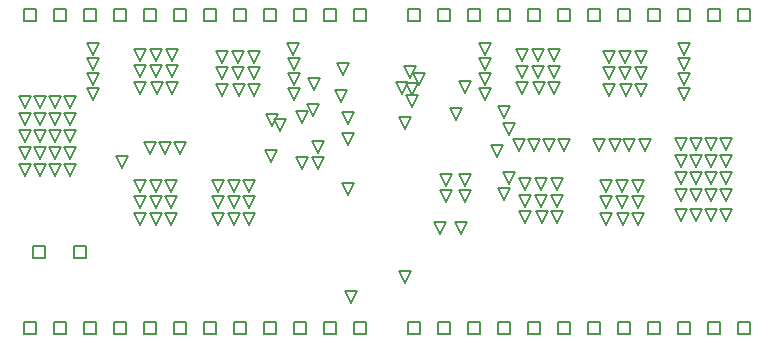
<source format=gbr>
G04*
G04 #@! TF.GenerationSoftware,Altium Limited,Altium Designer,23.8.1 (32)*
G04*
G04 Layer_Color=2752767*
%FSLAX25Y25*%
%MOIN*%
G70*
G04*
G04 #@! TF.SameCoordinates,08085802-0E6A-4E4E-A806-44F487ACA516*
G04*
G04*
G04 #@! TF.FilePolarity,Positive*
G04*
G01*
G75*
%ADD16C,0.00500*%
D16*
X201500Y219200D02*
Y223200D01*
X205500D01*
Y219200D01*
X201500D01*
X187721D02*
Y223200D01*
X191720D01*
Y219200D01*
X187721D01*
X295000Y194000D02*
Y198000D01*
X299000D01*
Y194000D01*
X295000D01*
X285000D02*
Y198000D01*
X289000D01*
Y194000D01*
X285000D01*
X275000D02*
Y198000D01*
X279000D01*
Y194000D01*
X275000D01*
X265000D02*
Y198000D01*
X269000D01*
Y194000D01*
X265000D01*
X255000D02*
Y198000D01*
X259000D01*
Y194000D01*
X255000D01*
X245000D02*
Y198000D01*
X249000D01*
Y194000D01*
X245000D01*
X235000D02*
Y198000D01*
X239000D01*
Y194000D01*
X235000D01*
X225000D02*
Y198000D01*
X229000D01*
Y194000D01*
X225000D01*
X215000D02*
Y198000D01*
X219000D01*
Y194000D01*
X215000D01*
X205000D02*
Y198000D01*
X209000D01*
Y194000D01*
X205000D01*
X195000D02*
Y198000D01*
X199000D01*
Y194000D01*
X195000D01*
X185000D02*
Y198000D01*
X189000D01*
Y194000D01*
X185000D01*
X313000D02*
Y198000D01*
X317000D01*
Y194000D01*
X313000D01*
X323000D02*
Y198000D01*
X327000D01*
Y194000D01*
X323000D01*
X333000D02*
Y198000D01*
X337000D01*
Y194000D01*
X333000D01*
X343000D02*
Y198000D01*
X347000D01*
Y194000D01*
X343000D01*
X353000D02*
Y198000D01*
X357000D01*
Y194000D01*
X353000D01*
X363000D02*
Y198000D01*
X367000D01*
Y194000D01*
X363000D01*
X373000D02*
Y198000D01*
X377000D01*
Y194000D01*
X373000D01*
X383000D02*
Y198000D01*
X387000D01*
Y194000D01*
X383000D01*
X393000D02*
Y198000D01*
X397000D01*
Y194000D01*
X393000D01*
X403000D02*
Y198000D01*
X407000D01*
Y194000D01*
X403000D01*
X413000D02*
Y198000D01*
X417000D01*
Y194000D01*
X413000D01*
X423000D02*
Y198000D01*
X427000D01*
Y194000D01*
X423000D01*
X313000Y298500D02*
Y302500D01*
X317000D01*
Y298500D01*
X313000D01*
X323000D02*
Y302500D01*
X327000D01*
Y298500D01*
X323000D01*
X333000D02*
Y302500D01*
X337000D01*
Y298500D01*
X333000D01*
X343000D02*
Y302500D01*
X347000D01*
Y298500D01*
X343000D01*
X353000D02*
Y302500D01*
X357000D01*
Y298500D01*
X353000D01*
X363000D02*
Y302500D01*
X367000D01*
Y298500D01*
X363000D01*
X373000D02*
Y302500D01*
X377000D01*
Y298500D01*
X373000D01*
X383000D02*
Y302500D01*
X387000D01*
Y298500D01*
X383000D01*
X393000D02*
Y302500D01*
X397000D01*
Y298500D01*
X393000D01*
X403000D02*
Y302500D01*
X407000D01*
Y298500D01*
X403000D01*
X413000D02*
Y302500D01*
X417000D01*
Y298500D01*
X413000D01*
X423000D02*
Y302500D01*
X427000D01*
Y298500D01*
X423000D01*
X185000D02*
Y302500D01*
X189000D01*
Y298500D01*
X185000D01*
X195000D02*
Y302500D01*
X199000D01*
Y298500D01*
X195000D01*
X205000D02*
Y302500D01*
X209000D01*
Y298500D01*
X205000D01*
X215000D02*
Y302500D01*
X219000D01*
Y298500D01*
X215000D01*
X225000D02*
Y302500D01*
X229000D01*
Y298500D01*
X225000D01*
X235000D02*
Y302500D01*
X239000D01*
Y298500D01*
X235000D01*
X245000D02*
Y302500D01*
X249000D01*
Y298500D01*
X245000D01*
X255000D02*
Y302500D01*
X259000D01*
Y298500D01*
X255000D01*
X265000D02*
Y302500D01*
X269000D01*
Y298500D01*
X265000D01*
X275000D02*
Y302500D01*
X279000D01*
Y298500D01*
X275000D01*
X285000D02*
Y302500D01*
X289000D01*
Y298500D01*
X285000D01*
X295000D02*
Y302500D01*
X299000D01*
Y298500D01*
X295000D01*
X409000Y231600D02*
X407000Y235600D01*
X411000D01*
X409000Y231600D01*
X404000D02*
X402000Y235600D01*
X406000D01*
X404000Y231600D01*
X414000D02*
X412000Y235600D01*
X416000D01*
X414000Y231600D01*
X419000D02*
X417000Y235600D01*
X421000D01*
X419000Y231600D01*
X404000Y255275D02*
X402000Y259275D01*
X406000D01*
X404000Y255275D01*
Y238250D02*
X402000Y242250D01*
X406000D01*
X404000Y238250D01*
Y243925D02*
X402000Y247925D01*
X406000D01*
X404000Y243925D01*
Y249600D02*
X402000Y253600D01*
X406000D01*
X404000Y249600D01*
X409000Y255275D02*
X407000Y259275D01*
X411000D01*
X409000Y255275D01*
Y238250D02*
X407000Y242250D01*
X411000D01*
X409000Y238250D01*
Y243925D02*
X407000Y247925D01*
X411000D01*
X409000Y243925D01*
Y249600D02*
X407000Y253600D01*
X411000D01*
X409000Y249600D01*
X414000D02*
X412000Y253600D01*
X416000D01*
X414000Y249600D01*
Y255275D02*
X412000Y259275D01*
X416000D01*
X414000Y255275D01*
X419000Y249600D02*
X417000Y253600D01*
X421000D01*
X419000Y249600D01*
Y255275D02*
X417000Y259275D01*
X421000D01*
X419000Y255275D01*
X414000Y238250D02*
X412000Y242250D01*
X416000D01*
X414000Y238250D01*
Y243925D02*
X412000Y247925D01*
X416000D01*
X414000Y243925D01*
X419000Y238250D02*
X417000Y242250D01*
X421000D01*
X419000Y238250D01*
Y243925D02*
X417000Y247925D01*
X421000D01*
X419000Y243925D01*
X185200Y252325D02*
X183200Y256325D01*
X187200D01*
X185200Y252325D01*
X195200Y269350D02*
X193200Y273350D01*
X197200D01*
X195200Y269350D01*
X185200Y258000D02*
X183200Y262000D01*
X187200D01*
X185200Y258000D01*
Y263675D02*
X183200Y267675D01*
X187200D01*
X185200Y263675D01*
Y269350D02*
X183200Y273350D01*
X187200D01*
X185200Y269350D01*
X190200Y252325D02*
X188200Y256325D01*
X192200D01*
X190200Y252325D01*
Y258000D02*
X188200Y262000D01*
X192200D01*
X190200Y258000D01*
Y263675D02*
X188200Y267675D01*
X192200D01*
X190200Y263675D01*
Y269350D02*
X188200Y273350D01*
X192200D01*
X190200Y269350D01*
X195200Y246650D02*
X193200Y250650D01*
X197200D01*
X195200Y246650D01*
Y252325D02*
X193200Y256325D01*
X197200D01*
X195200Y252325D01*
Y258000D02*
X193200Y262000D01*
X197200D01*
X195200Y258000D01*
Y263675D02*
X193200Y267675D01*
X197200D01*
X195200Y263675D01*
X185200Y246650D02*
X183200Y250650D01*
X187200D01*
X185200Y246650D01*
X200200Y252325D02*
X198200Y256325D01*
X202200D01*
X200200Y252325D01*
X190200Y246650D02*
X188200Y250650D01*
X192200D01*
X190200Y246650D01*
X200200D02*
X198200Y250650D01*
X202200D01*
X200200Y246650D01*
Y258000D02*
X198200Y262000D01*
X202200D01*
X200200Y258000D01*
Y263675D02*
X198200Y267675D01*
X202200D01*
X200200Y263675D01*
Y269350D02*
X198200Y273350D01*
X202200D01*
X200200Y269350D01*
X330600Y227400D02*
X328600Y231400D01*
X332600D01*
X330600Y227400D01*
X323347Y227500D02*
X321347Y231500D01*
X325347D01*
X323347Y227500D01*
X314200Y273600D02*
X312200Y277600D01*
X316200D01*
X314200Y273600D01*
X331800Y274300D02*
X329800Y278300D01*
X333800D01*
X331800Y274300D01*
X329000Y265500D02*
X327000Y269500D01*
X331000D01*
X329000Y265500D01*
X311000Y274000D02*
X309000Y278000D01*
X313000D01*
X311000Y274000D01*
X314106Y269606D02*
X312106Y273606D01*
X316106D01*
X314106Y269606D01*
X312000Y262389D02*
X310000Y266389D01*
X314000D01*
X312000Y262389D01*
X293000Y257000D02*
X291000Y261000D01*
X295000D01*
X293000Y257000D01*
X217500Y249200D02*
X215500Y253200D01*
X219500D01*
X217500Y249200D01*
X226858Y254000D02*
X224858Y258000D01*
X228858D01*
X226858Y254000D01*
X267200Y251282D02*
X265200Y255282D01*
X269200D01*
X267200Y251282D01*
X267600Y263500D02*
X265600Y267500D01*
X269600D01*
X267600Y263500D01*
X270200Y261600D02*
X268200Y265600D01*
X272200D01*
X270200Y261600D01*
X231929Y254000D02*
X229929Y258000D01*
X233929D01*
X231929Y254000D01*
X237000D02*
X235000Y258000D01*
X239000D01*
X237000Y254000D01*
X346500Y244000D02*
X344500Y248000D01*
X348500D01*
X346500Y244000D01*
X342500Y253000D02*
X340500Y257000D01*
X344500D01*
X342500Y253000D01*
X376622Y255000D02*
X374622Y259000D01*
X378622D01*
X376622Y255000D01*
X350000D02*
X348000Y259000D01*
X352000D01*
X350000Y255000D01*
X364756D02*
X362756Y259000D01*
X366756D01*
X364756Y255000D01*
X313500Y279500D02*
X311500Y283500D01*
X315500D01*
X313500Y279500D01*
X316500Y277000D02*
X314500Y281000D01*
X318500D01*
X316500Y277000D01*
X312000Y211000D02*
X310000Y215000D01*
X314000D01*
X312000Y211000D01*
X325500Y238000D02*
X323500Y242000D01*
X327500D01*
X325500Y238000D01*
Y243500D02*
X323500Y247500D01*
X327500D01*
X325500Y243500D01*
X294000Y204500D02*
X292000Y208500D01*
X296000D01*
X294000Y204500D01*
X293000Y240500D02*
X291000Y244500D01*
X295000D01*
X293000Y240500D01*
X274900Y272000D02*
X272900Y276000D01*
X276900D01*
X274900Y272000D01*
Y277000D02*
X272900Y281000D01*
X276900D01*
X274900Y277000D01*
Y282000D02*
X272900Y286000D01*
X276900D01*
X274900Y282000D01*
X274500Y287000D02*
X272500Y291000D01*
X276500D01*
X274500Y287000D01*
X346500Y260500D02*
X344500Y264500D01*
X348500D01*
X346500Y260500D01*
X293000Y264000D02*
X291000Y268000D01*
X295000D01*
X293000Y264000D01*
X290500Y271500D02*
X288500Y275500D01*
X292500D01*
X290500Y271500D01*
X357250Y242000D02*
X355250Y246000D01*
X359250D01*
X357250Y242000D01*
X352000D02*
X350000Y246000D01*
X354000D01*
X352000Y242000D01*
X381872Y254872D02*
X379872Y258872D01*
X383872D01*
X381872Y254872D01*
X354756Y255000D02*
X352756Y259000D01*
X356756D01*
X354756Y255000D01*
X359756D02*
X357756Y259000D01*
X361756D01*
X359756Y255000D01*
X277511Y264390D02*
X275511Y268390D01*
X279511D01*
X277511Y264390D01*
X331700Y243500D02*
X329700Y247500D01*
X333700D01*
X331700Y243500D01*
Y238000D02*
X329700Y242000D01*
X333700D01*
X331700Y238000D01*
X345000Y266000D02*
X343000Y270000D01*
X347000D01*
X345000Y266000D01*
X338500Y272000D02*
X336500Y276000D01*
X340500D01*
X338500Y272000D01*
X344729Y238618D02*
X342729Y242618D01*
X346729D01*
X344729Y238618D01*
X281358Y275358D02*
X279358Y279358D01*
X283358D01*
X281358Y275358D01*
X281217Y266717D02*
X279217Y270717D01*
X283217D01*
X281217Y266717D01*
X282941Y254500D02*
X280941Y258500D01*
X284941D01*
X282941Y254500D01*
Y249000D02*
X280941Y253000D01*
X284941D01*
X282941Y249000D01*
X291104Y280368D02*
X289104Y284368D01*
X293104D01*
X291104Y280368D01*
X405000Y287000D02*
X403000Y291000D01*
X407000D01*
X405000Y287000D01*
X405000Y272000D02*
X403000Y276000D01*
X407000D01*
X405000Y272000D01*
Y277000D02*
X403000Y281000D01*
X407000D01*
X405000Y277000D01*
Y282000D02*
X403000Y286000D01*
X407000D01*
X405000Y282000D01*
X338500Y282000D02*
X336500Y286000D01*
X340500D01*
X338500Y282000D01*
Y277000D02*
X336500Y281000D01*
X340500D01*
X338500Y277000D01*
Y287000D02*
X336500Y291000D01*
X340500D01*
X338500Y287000D01*
X208000D02*
X206000Y291000D01*
X210000D01*
X208000Y287000D01*
Y282000D02*
X206000Y286000D01*
X210000D01*
X208000Y282000D01*
Y277000D02*
X206000Y281000D01*
X210000D01*
X208000Y277000D01*
Y272000D02*
X206000Y276000D01*
X210000D01*
X208000Y272000D01*
X386500Y254872D02*
X384500Y258872D01*
X388500D01*
X386500Y254872D01*
X391872D02*
X389872Y258872D01*
X393872D01*
X391872Y254872D01*
X228785Y279673D02*
X226785Y283673D01*
X230785D01*
X228785Y279673D01*
Y285173D02*
X226785Y289173D01*
X230785D01*
X228785Y285173D01*
X223535D02*
X221535Y289173D01*
X225535D01*
X223535Y285173D01*
Y274173D02*
X221535Y278173D01*
X225535D01*
X223535Y274173D01*
X229035D02*
X227035Y278173D01*
X231035D01*
X229035Y274173D01*
X223535Y279673D02*
X221535Y283673D01*
X225535D01*
X223535Y279673D01*
X234035Y274173D02*
X232035Y278173D01*
X236035D01*
X234035Y274173D01*
Y285173D02*
X232035Y289173D01*
X236035D01*
X234035Y285173D01*
Y279673D02*
X232035Y283673D01*
X236035D01*
X234035Y279673D01*
X256250Y279000D02*
X254250Y283000D01*
X258250D01*
X256250Y279000D01*
Y284500D02*
X254250Y288500D01*
X258250D01*
X256250Y284500D01*
X251000D02*
X249000Y288500D01*
X253000D01*
X251000Y284500D01*
Y273500D02*
X249000Y277500D01*
X253000D01*
X251000Y273500D01*
X256500D02*
X254500Y277500D01*
X258500D01*
X256500Y273500D01*
X251000Y279000D02*
X249000Y283000D01*
X253000D01*
X251000Y279000D01*
X261500Y273500D02*
X259500Y277500D01*
X263500D01*
X261500Y273500D01*
Y284500D02*
X259500Y288500D01*
X263500D01*
X261500Y284500D01*
Y279000D02*
X259500Y283000D01*
X263500D01*
X261500Y279000D01*
X356250Y279500D02*
X354250Y283500D01*
X358250D01*
X356250Y279500D01*
Y285000D02*
X354250Y289000D01*
X358250D01*
X356250Y285000D01*
X351000D02*
X349000Y289000D01*
X353000D01*
X351000Y285000D01*
Y274000D02*
X349000Y278000D01*
X353000D01*
X351000Y274000D01*
X356500D02*
X354500Y278000D01*
X358500D01*
X356500Y274000D01*
X351000Y279500D02*
X349000Y283500D01*
X353000D01*
X351000Y279500D01*
X361500Y274000D02*
X359500Y278000D01*
X363500D01*
X361500Y274000D01*
Y285000D02*
X359500Y289000D01*
X363500D01*
X361500Y285000D01*
Y279500D02*
X359500Y283500D01*
X363500D01*
X361500Y279500D01*
X385250Y279000D02*
X383250Y283000D01*
X387250D01*
X385250Y279000D01*
Y284500D02*
X383250Y288500D01*
X387250D01*
X385250Y284500D01*
X380000D02*
X378000Y288500D01*
X382000D01*
X380000Y284500D01*
Y273500D02*
X378000Y277500D01*
X382000D01*
X380000Y273500D01*
X385500D02*
X383500Y277500D01*
X387500D01*
X385500Y273500D01*
X380000Y279000D02*
X378000Y283000D01*
X382000D01*
X380000Y279000D01*
X390500Y273500D02*
X388500Y277500D01*
X392500D01*
X390500Y273500D01*
Y284500D02*
X388500Y288500D01*
X392500D01*
X390500Y284500D01*
Y279000D02*
X388500Y283000D01*
X392500D01*
X390500Y279000D01*
X357250Y236500D02*
X355250Y240500D01*
X359250D01*
X357250Y236500D01*
X352000Y231000D02*
X350000Y235000D01*
X354000D01*
X352000Y231000D01*
X357500D02*
X355500Y235000D01*
X359500D01*
X357500Y231000D01*
X352000Y236500D02*
X350000Y240500D01*
X354000D01*
X352000Y236500D01*
X362500Y231000D02*
X360500Y235000D01*
X364500D01*
X362500Y231000D01*
Y242000D02*
X360500Y246000D01*
X364500D01*
X362500Y242000D01*
Y236500D02*
X360500Y240500D01*
X364500D01*
X362500Y236500D01*
X384250Y236000D02*
X382250Y240000D01*
X386250D01*
X384250Y236000D01*
Y241500D02*
X382250Y245500D01*
X386250D01*
X384250Y241500D01*
X379000D02*
X377000Y245500D01*
X381000D01*
X379000Y241500D01*
Y230500D02*
X377000Y234500D01*
X381000D01*
X379000Y230500D01*
X384500D02*
X382500Y234500D01*
X386500D01*
X384500Y230500D01*
X379000Y236000D02*
X377000Y240000D01*
X381000D01*
X379000Y236000D01*
X389500Y230500D02*
X387500Y234500D01*
X391500D01*
X389500Y230500D01*
Y241500D02*
X387500Y245500D01*
X391500D01*
X389500Y241500D01*
Y236000D02*
X387500Y240000D01*
X391500D01*
X389500Y236000D01*
X228750D02*
X226750Y240000D01*
X230750D01*
X228750Y236000D01*
Y241500D02*
X226750Y245500D01*
X230750D01*
X228750Y241500D01*
X223500D02*
X221500Y245500D01*
X225500D01*
X223500Y241500D01*
Y230500D02*
X221500Y234500D01*
X225500D01*
X223500Y230500D01*
X229000D02*
X227000Y234500D01*
X231000D01*
X229000Y230500D01*
X223500Y236000D02*
X221500Y240000D01*
X225500D01*
X223500Y236000D01*
X234000Y230500D02*
X232000Y234500D01*
X236000D01*
X234000Y230500D01*
Y241500D02*
X232000Y245500D01*
X236000D01*
X234000Y241500D01*
Y236000D02*
X232000Y240000D01*
X236000D01*
X234000Y236000D01*
X254750D02*
X252750Y240000D01*
X256750D01*
X254750Y236000D01*
Y241500D02*
X252750Y245500D01*
X256750D01*
X254750Y241500D01*
X249500D02*
X247500Y245500D01*
X251500D01*
X249500Y241500D01*
Y230500D02*
X247500Y234500D01*
X251500D01*
X249500Y230500D01*
X254750D02*
X252750Y234500D01*
X256750D01*
X254750Y230500D01*
X249500Y236000D02*
X247500Y240000D01*
X251500D01*
X249500Y236000D01*
X260000Y230500D02*
X258000Y234500D01*
X262000D01*
X260000Y230500D01*
Y241500D02*
X258000Y245500D01*
X262000D01*
X260000Y241500D01*
Y236000D02*
X258000Y240000D01*
X262000D01*
X260000Y236000D01*
X277441Y249000D02*
X275441Y253000D01*
X279441D01*
X277441Y249000D01*
M02*

</source>
